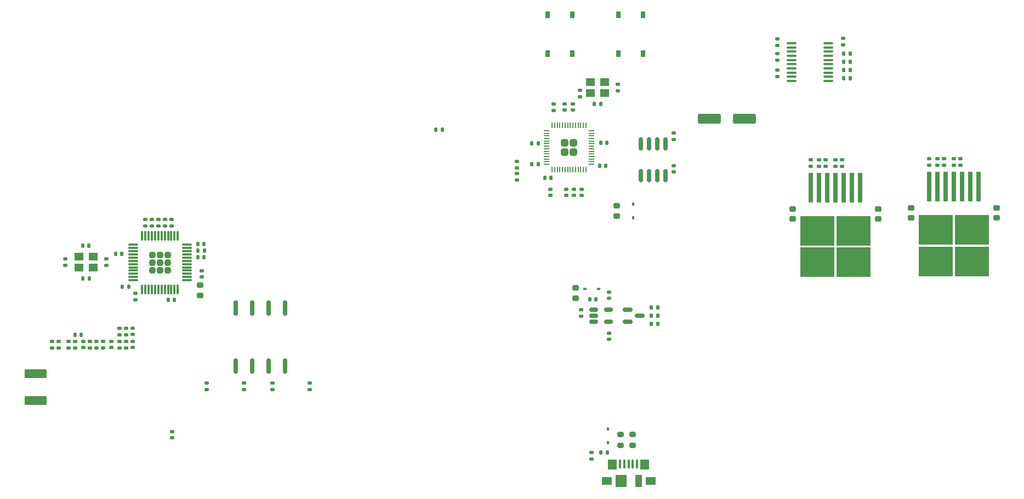
<source format=gbr>
%TF.GenerationSoftware,KiCad,Pcbnew,6.0.2+dfsg-1*%
%TF.CreationDate,2022-12-03T14:35:54-05:00*%
%TF.ProjectId,dragon-lair-fully-integrated,64726167-6f6e-42d6-9c61-69722d66756c,rev?*%
%TF.SameCoordinates,Original*%
%TF.FileFunction,Paste,Top*%
%TF.FilePolarity,Positive*%
%FSLAX46Y46*%
G04 Gerber Fmt 4.6, Leading zero omitted, Abs format (unit mm)*
G04 Created by KiCad (PCBNEW 6.0.2+dfsg-1) date 2022-12-03 14:35:54*
%MOMM*%
%LPD*%
G01*
G04 APERTURE LIST*
G04 Aperture macros list*
%AMRoundRect*
0 Rectangle with rounded corners*
0 $1 Rounding radius*
0 $2 $3 $4 $5 $6 $7 $8 $9 X,Y pos of 4 corners*
0 Add a 4 corners polygon primitive as box body*
4,1,4,$2,$3,$4,$5,$6,$7,$8,$9,$2,$3,0*
0 Add four circle primitives for the rounded corners*
1,1,$1+$1,$2,$3*
1,1,$1+$1,$4,$5*
1,1,$1+$1,$6,$7*
1,1,$1+$1,$8,$9*
0 Add four rect primitives between the rounded corners*
20,1,$1+$1,$2,$3,$4,$5,0*
20,1,$1+$1,$4,$5,$6,$7,0*
20,1,$1+$1,$6,$7,$8,$9,0*
20,1,$1+$1,$8,$9,$2,$3,0*%
G04 Aperture macros list end*
%ADD10RoundRect,0.135000X0.185000X-0.135000X0.185000X0.135000X-0.185000X0.135000X-0.185000X-0.135000X0*%
%ADD11RoundRect,0.140000X-0.170000X0.140000X-0.170000X-0.140000X0.170000X-0.140000X0.170000X0.140000X0*%
%ADD12RoundRect,0.140000X0.170000X-0.140000X0.170000X0.140000X-0.170000X0.140000X-0.170000X-0.140000X0*%
%ADD13RoundRect,0.140000X0.140000X0.170000X-0.140000X0.170000X-0.140000X-0.170000X0.140000X-0.170000X0*%
%ADD14RoundRect,0.140000X-0.140000X-0.170000X0.140000X-0.170000X0.140000X0.170000X-0.140000X0.170000X0*%
%ADD15RoundRect,0.135000X-0.135000X-0.185000X0.135000X-0.185000X0.135000X0.185000X-0.135000X0.185000X0*%
%ADD16R,5.250000X4.550000*%
%ADD17R,0.800000X4.600000*%
%ADD18RoundRect,0.135000X0.135000X0.185000X-0.135000X0.185000X-0.135000X-0.185000X0.135000X-0.185000X0*%
%ADD19RoundRect,0.225000X0.250000X-0.225000X0.250000X0.225000X-0.250000X0.225000X-0.250000X-0.225000X0*%
%ADD20RoundRect,0.218750X0.256250X-0.218750X0.256250X0.218750X-0.256250X0.218750X-0.256250X-0.218750X0*%
%ADD21RoundRect,0.225000X-0.250000X0.225000X-0.250000X-0.225000X0.250000X-0.225000X0.250000X0.225000X0*%
%ADD22R,0.450000X1.380000*%
%ADD23R,1.425000X1.550000*%
%ADD24R,1.650000X1.300000*%
%ADD25R,1.800000X1.900000*%
%ADD26R,1.000000X1.900000*%
%ADD27R,0.750000X1.000000*%
%ADD28RoundRect,0.135000X-0.185000X0.135000X-0.185000X-0.135000X0.185000X-0.135000X0.185000X0.135000X0*%
%ADD29RoundRect,0.150000X-0.512500X-0.150000X0.512500X-0.150000X0.512500X0.150000X-0.512500X0.150000X0*%
%ADD30R,0.600000X0.450000*%
%ADD31R,1.400000X1.200000*%
%ADD32RoundRect,0.150000X-0.587500X-0.150000X0.587500X-0.150000X0.587500X0.150000X-0.587500X0.150000X0*%
%ADD33RoundRect,0.200000X-0.275000X0.200000X-0.275000X-0.200000X0.275000X-0.200000X0.275000X0.200000X0*%
%ADD34R,0.450000X0.600000*%
%ADD35RoundRect,0.250000X0.315000X0.315000X-0.315000X0.315000X-0.315000X-0.315000X0.315000X-0.315000X0*%
%ADD36RoundRect,0.050000X0.387500X0.050000X-0.387500X0.050000X-0.387500X-0.050000X0.387500X-0.050000X0*%
%ADD37RoundRect,0.050000X0.050000X0.387500X-0.050000X0.387500X-0.050000X-0.387500X0.050000X-0.387500X0*%
%ADD38RoundRect,0.162500X0.162500X-1.012500X0.162500X1.012500X-0.162500X1.012500X-0.162500X-1.012500X0*%
%ADD39RoundRect,0.150000X-0.150000X0.825000X-0.150000X-0.825000X0.150000X-0.825000X0.150000X0.825000X0*%
%ADD40RoundRect,0.250000X1.500000X0.550000X-1.500000X0.550000X-1.500000X-0.550000X1.500000X-0.550000X0*%
%ADD41RoundRect,0.100000X-0.637500X-0.100000X0.637500X-0.100000X0.637500X0.100000X-0.637500X0.100000X0*%
%ADD42RoundRect,0.249999X1.450001X-0.450001X1.450001X0.450001X-1.450001X0.450001X-1.450001X-0.450001X0*%
%ADD43RoundRect,0.242500X0.242500X0.242500X-0.242500X0.242500X-0.242500X-0.242500X0.242500X-0.242500X0*%
%ADD44RoundRect,0.075000X0.662500X0.075000X-0.662500X0.075000X-0.662500X-0.075000X0.662500X-0.075000X0*%
%ADD45RoundRect,0.075000X0.075000X0.662500X-0.075000X0.662500X-0.075000X-0.662500X0.075000X-0.662500X0*%
G04 APERTURE END LIST*
D10*
%TO.C,R20*%
X69469000Y-94386000D03*
X69469000Y-93366000D03*
%TD*%
%TO.C,R17*%
X73787000Y-94386000D03*
X73787000Y-93366000D03*
%TD*%
%TO.C,R23*%
X78359000Y-94386000D03*
X78359000Y-93366000D03*
%TD*%
D11*
%TO.C,C5*%
X148763500Y-69840000D03*
X148763500Y-70800000D03*
%TD*%
D10*
%TO.C,R6*%
X162941000Y-62128000D03*
X162941000Y-61108000D03*
%TD*%
%TO.C,R15*%
X74803000Y-94386000D03*
X74803000Y-93366000D03*
%TD*%
D12*
%TO.C,C32*%
X202438000Y-66113600D03*
X202438000Y-65153600D03*
%TD*%
D13*
%TO.C,C9*%
X142043500Y-65920000D03*
X141083500Y-65920000D03*
%TD*%
D12*
%TO.C,C40*%
X185420000Y-66266000D03*
X185420000Y-65306000D03*
%TD*%
D14*
%TO.C,C18*%
X159525000Y-89403000D03*
X160485000Y-89403000D03*
%TD*%
D15*
%TO.C,R28*%
X71683000Y-83646000D03*
X72703000Y-83646000D03*
%TD*%
D12*
%TO.C,C39*%
X187960000Y-66266000D03*
X187960000Y-65306000D03*
%TD*%
D14*
%TO.C,C12*%
X151539000Y-66190000D03*
X152499000Y-66190000D03*
%TD*%
D16*
%TO.C,Q3*%
X185185000Y-76295600D03*
X190735000Y-76295600D03*
X185185000Y-81145600D03*
X190735000Y-81145600D03*
D17*
X191770000Y-69570600D03*
X190500000Y-69570600D03*
X189230000Y-69570600D03*
X187960000Y-69570600D03*
X186690000Y-69570600D03*
X185420000Y-69570600D03*
X184150000Y-69570600D03*
%TD*%
D18*
%TO.C,R8*%
X160515000Y-88133000D03*
X159495000Y-88133000D03*
%TD*%
D12*
%TO.C,C2*%
X153020000Y-86708000D03*
X153020000Y-85748000D03*
%TD*%
D19*
%TO.C,C36*%
X194564000Y-74435000D03*
X194564000Y-72885000D03*
%TD*%
D14*
%TO.C,C49*%
X89493000Y-78312000D03*
X90453000Y-78312000D03*
%TD*%
D13*
%TO.C,C6*%
X144043500Y-68120000D03*
X143083500Y-68120000D03*
%TD*%
D11*
%TO.C,C48*%
X90043000Y-82474000D03*
X90043000Y-83434000D03*
%TD*%
D20*
%TO.C,L1*%
X89789000Y-86281500D03*
X89789000Y-84706500D03*
%TD*%
D21*
%TO.C,C34*%
X181356000Y-72885000D03*
X181356000Y-74435000D03*
%TD*%
D22*
%TO.C,P1*%
X154710000Y-112327500D03*
X155360000Y-112327500D03*
X156010000Y-112327500D03*
X156660000Y-112327500D03*
X157310000Y-112327500D03*
D23*
X153522500Y-112412500D03*
X158497500Y-112412500D03*
D24*
X152635000Y-114987500D03*
D25*
X154860000Y-114987500D03*
D26*
X157560000Y-114987500D03*
D24*
X159385000Y-114987500D03*
%TD*%
D27*
%TO.C,SW1*%
X154462000Y-48870000D03*
X154462000Y-42870000D03*
X158212000Y-48870000D03*
X158212000Y-42870000D03*
%TD*%
D21*
%TO.C,C30*%
X154157500Y-72416750D03*
X154157500Y-73966750D03*
%TD*%
D28*
%TO.C,R25*%
X66929000Y-93368000D03*
X66929000Y-94388000D03*
%TD*%
D14*
%TO.C,C16*%
X150725500Y-56661000D03*
X151685500Y-56661000D03*
%TD*%
D28*
%TO.C,R38*%
X178943000Y-46605000D03*
X178943000Y-47625000D03*
%TD*%
D12*
%TO.C,C50*%
X84385000Y-75490000D03*
X84385000Y-74530000D03*
%TD*%
D29*
%TO.C,U1*%
X150612500Y-88453000D03*
X150612500Y-89403000D03*
X150612500Y-90353000D03*
X152887500Y-90353000D03*
X152887500Y-88453000D03*
%TD*%
D21*
%TO.C,C33*%
X199644000Y-72732600D03*
X199644000Y-74282600D03*
%TD*%
D11*
%TO.C,C41*%
X189103000Y-46510000D03*
X189103000Y-47470000D03*
%TD*%
D15*
%TO.C,R18*%
X77779000Y-84916000D03*
X78799000Y-84916000D03*
%TD*%
D10*
%TO.C,R16*%
X70485000Y-94386000D03*
X70485000Y-93366000D03*
%TD*%
D12*
%TO.C,C21*%
X76073000Y-94356000D03*
X76073000Y-93396000D03*
%TD*%
D30*
%TO.C,D3*%
X149297500Y-85273000D03*
X151397500Y-85273000D03*
%TD*%
D10*
%TO.C,R29*%
X96591500Y-100842000D03*
X96591500Y-99822000D03*
%TD*%
D28*
%TO.C,R27*%
X75368000Y-80596000D03*
X75368000Y-81616000D03*
%TD*%
D14*
%TO.C,C44*%
X84921000Y-86948000D03*
X85881000Y-86948000D03*
%TD*%
D19*
%TO.C,C35*%
X212852000Y-74282600D03*
X212852000Y-72732600D03*
%TD*%
D10*
%TO.C,R31*%
X106751500Y-100842000D03*
X106751500Y-99822000D03*
%TD*%
D21*
%TO.C,C28*%
X147807500Y-85133000D03*
X147807500Y-86683000D03*
%TD*%
D14*
%TO.C,C45*%
X70513000Y-92352000D03*
X71473000Y-92352000D03*
%TD*%
D18*
%TO.C,R2*%
X152710000Y-110542500D03*
X151690000Y-110542500D03*
%TD*%
D11*
%TO.C,C7*%
X147563500Y-69840000D03*
X147563500Y-70800000D03*
%TD*%
D12*
%TO.C,C11*%
X147363500Y-57600000D03*
X147363500Y-56640000D03*
%TD*%
D18*
%TO.C,R39*%
X190248000Y-50165000D03*
X189228000Y-50165000D03*
%TD*%
D12*
%TO.C,C20*%
X71755000Y-94356000D03*
X71755000Y-93396000D03*
%TD*%
D10*
%TO.C,R7*%
X144399000Y-57683000D03*
X144399000Y-56663000D03*
%TD*%
D31*
%TO.C,Y1*%
X150105500Y-54971000D03*
X152305500Y-54971000D03*
X152305500Y-53271000D03*
X150105500Y-53271000D03*
%TD*%
D10*
%TO.C,R24*%
X77343000Y-94386000D03*
X77343000Y-93366000D03*
%TD*%
D32*
%TO.C,Q1*%
X155892500Y-88453000D03*
X155892500Y-90353000D03*
X157767500Y-89403000D03*
%TD*%
D11*
%TO.C,C3*%
X143963500Y-69840000D03*
X143963500Y-70800000D03*
%TD*%
D33*
%TO.C,R9*%
X156645000Y-107812500D03*
X156645000Y-109462500D03*
%TD*%
D10*
%TO.C,R36*%
X186436000Y-66296000D03*
X186436000Y-65276000D03*
%TD*%
D12*
%TO.C,C51*%
X85401000Y-75490000D03*
X85401000Y-74530000D03*
%TD*%
D10*
%TO.C,R4*%
X148495500Y-55535000D03*
X148495500Y-54515000D03*
%TD*%
D12*
%TO.C,C38*%
X206248000Y-66113600D03*
X206248000Y-65153600D03*
%TD*%
D11*
%TO.C,C22*%
X79375000Y-91364000D03*
X79375000Y-92324000D03*
%TD*%
D12*
%TO.C,C42*%
X85471000Y-108326000D03*
X85471000Y-107366000D03*
%TD*%
D18*
%TO.C,R43*%
X190248000Y-52705000D03*
X189228000Y-52705000D03*
%TD*%
D12*
%TO.C,C31*%
X184150000Y-66266000D03*
X184150000Y-65306000D03*
%TD*%
D18*
%TO.C,R37*%
X190248000Y-48895000D03*
X189228000Y-48895000D03*
%TD*%
D10*
%TO.C,R21*%
X78359000Y-92354000D03*
X78359000Y-91334000D03*
%TD*%
D11*
%TO.C,C14*%
X153020000Y-92098000D03*
X153020000Y-93058000D03*
%TD*%
D12*
%TO.C,C25*%
X81337000Y-75490000D03*
X81337000Y-74530000D03*
%TD*%
D34*
%TO.C,D1*%
X152835000Y-106952500D03*
X152835000Y-109052500D03*
%TD*%
D35*
%TO.C,U3*%
X147503500Y-62680000D03*
X146103500Y-62680000D03*
X147503500Y-64080000D03*
X146103500Y-64080000D03*
D36*
X150241000Y-65980000D03*
X150241000Y-65580000D03*
X150241000Y-65180000D03*
X150241000Y-64780000D03*
X150241000Y-64380000D03*
X150241000Y-63980000D03*
X150241000Y-63580000D03*
X150241000Y-63180000D03*
X150241000Y-62780000D03*
X150241000Y-62380000D03*
X150241000Y-61980000D03*
X150241000Y-61580000D03*
X150241000Y-61180000D03*
X150241000Y-60780000D03*
D37*
X149403500Y-59942500D03*
X149003500Y-59942500D03*
X148603500Y-59942500D03*
X148203500Y-59942500D03*
X147803500Y-59942500D03*
X147403500Y-59942500D03*
X147003500Y-59942500D03*
X146603500Y-59942500D03*
X146203500Y-59942500D03*
X145803500Y-59942500D03*
X145403500Y-59942500D03*
X145003500Y-59942500D03*
X144603500Y-59942500D03*
X144203500Y-59942500D03*
D36*
X143366000Y-60780000D03*
X143366000Y-61180000D03*
X143366000Y-61580000D03*
X143366000Y-61980000D03*
X143366000Y-62380000D03*
X143366000Y-62780000D03*
X143366000Y-63180000D03*
X143366000Y-63580000D03*
X143366000Y-63980000D03*
X143366000Y-64380000D03*
X143366000Y-64780000D03*
X143366000Y-65180000D03*
X143366000Y-65580000D03*
X143366000Y-65980000D03*
D37*
X144203500Y-66817500D03*
X144603500Y-66817500D03*
X145003500Y-66817500D03*
X145403500Y-66817500D03*
X145803500Y-66817500D03*
X146203500Y-66817500D03*
X146603500Y-66817500D03*
X147003500Y-66817500D03*
X147403500Y-66817500D03*
X147803500Y-66817500D03*
X148203500Y-66817500D03*
X148603500Y-66817500D03*
X149003500Y-66817500D03*
X149403500Y-66817500D03*
%TD*%
D12*
%TO.C,C37*%
X203708000Y-66113600D03*
X203708000Y-65153600D03*
%TD*%
%TO.C,C15*%
X162941000Y-67178000D03*
X162941000Y-66218000D03*
%TD*%
D18*
%TO.C,R41*%
X190248000Y-51435000D03*
X189228000Y-51435000D03*
%TD*%
%TO.C,R5*%
X160515000Y-90673000D03*
X159495000Y-90673000D03*
%TD*%
D38*
%TO.C,U9*%
X95321500Y-97237000D03*
X97861500Y-97237000D03*
X100401500Y-97237000D03*
X102941500Y-97237000D03*
X102941500Y-88187000D03*
X100401500Y-88187000D03*
X97861500Y-88187000D03*
X95321500Y-88187000D03*
%TD*%
D10*
%TO.C,R42*%
X178943000Y-52455000D03*
X178943000Y-51435000D03*
%TD*%
D34*
%TO.C,D2*%
X156697500Y-74241750D03*
X156697500Y-72141750D03*
%TD*%
D14*
%TO.C,C1*%
X150000000Y-86863000D03*
X150960000Y-86863000D03*
%TD*%
%TO.C,C47*%
X89493000Y-80344000D03*
X90453000Y-80344000D03*
%TD*%
D10*
%TO.C,R35*%
X188976000Y-66296000D03*
X188976000Y-65276000D03*
%TD*%
D39*
%TO.C,U2*%
X161671000Y-62803000D03*
X160401000Y-62803000D03*
X159131000Y-62803000D03*
X157861000Y-62803000D03*
X157861000Y-67753000D03*
X159131000Y-67753000D03*
X160401000Y-67753000D03*
X161671000Y-67753000D03*
%TD*%
D12*
%TO.C,C4*%
X146163500Y-57600000D03*
X146163500Y-56640000D03*
%TD*%
D28*
%TO.C,R3*%
X150295000Y-110542500D03*
X150295000Y-111562500D03*
%TD*%
D10*
%TO.C,R32*%
X101036500Y-100842000D03*
X101036500Y-99822000D03*
%TD*%
D12*
%TO.C,C46*%
X82353000Y-75490000D03*
X82353000Y-74530000D03*
%TD*%
D40*
%TO.C,C29*%
X173896000Y-58928000D03*
X168496000Y-58928000D03*
%TD*%
D27*
%TO.C,SW2*%
X143540000Y-48870000D03*
X143540000Y-42870000D03*
X147290000Y-42870000D03*
X147290000Y-48870000D03*
%TD*%
D11*
%TO.C,C17*%
X154380500Y-53641000D03*
X154380500Y-54601000D03*
%TD*%
D41*
%TO.C,U10*%
X181160500Y-47240000D03*
X181160500Y-47890000D03*
X181160500Y-48540000D03*
X181160500Y-49190000D03*
X181160500Y-49840000D03*
X181160500Y-50490000D03*
X181160500Y-51140000D03*
X181160500Y-51790000D03*
X181160500Y-52440000D03*
X181160500Y-53090000D03*
X186885500Y-53090000D03*
X186885500Y-52440000D03*
X186885500Y-51790000D03*
X186885500Y-51140000D03*
X186885500Y-50490000D03*
X186885500Y-49840000D03*
X186885500Y-49190000D03*
X186885500Y-48540000D03*
X186885500Y-47890000D03*
X186885500Y-47240000D03*
%TD*%
D28*
%TO.C,R1*%
X148675000Y-88453000D03*
X148675000Y-89473000D03*
%TD*%
D13*
%TO.C,C10*%
X142043500Y-62720000D03*
X141083500Y-62720000D03*
%TD*%
D10*
%TO.C,R30*%
X90876500Y-100842000D03*
X90876500Y-99822000D03*
%TD*%
D18*
%TO.C,R26*%
X90483000Y-79328000D03*
X89463000Y-79328000D03*
%TD*%
D28*
%TO.C,R12*%
X138802500Y-65505000D03*
X138802500Y-66525000D03*
%TD*%
D12*
%TO.C,C24*%
X83369000Y-75490000D03*
X83369000Y-74530000D03*
%TD*%
%TO.C,C23*%
X79375000Y-94356000D03*
X79375000Y-93396000D03*
%TD*%
D14*
%TO.C,C13*%
X151683500Y-62634000D03*
X152643500Y-62634000D03*
%TD*%
D13*
%TO.C,C26*%
X72673000Y-78566000D03*
X71713000Y-78566000D03*
%TD*%
D16*
%TO.C,Q2*%
X209023000Y-81012600D03*
X203473000Y-76162600D03*
X209023000Y-76162600D03*
X203473000Y-81012600D03*
D17*
X210058000Y-69437600D03*
X208788000Y-69437600D03*
X207518000Y-69437600D03*
X206248000Y-69437600D03*
X204978000Y-69437600D03*
X203708000Y-69437600D03*
X202438000Y-69437600D03*
%TD*%
D10*
%TO.C,R34*%
X207264000Y-66143600D03*
X207264000Y-65123600D03*
%TD*%
D28*
%TO.C,R19*%
X67945000Y-93366000D03*
X67945000Y-94386000D03*
%TD*%
D33*
%TO.C,R10*%
X154740000Y-107812500D03*
X154740000Y-109462500D03*
%TD*%
D10*
%TO.C,R33*%
X204724000Y-66143600D03*
X204724000Y-65123600D03*
%TD*%
%TO.C,R14*%
X79813000Y-86950000D03*
X79813000Y-85930000D03*
%TD*%
D42*
%TO.C,C19*%
X64389000Y-102530000D03*
X64389000Y-98430000D03*
%TD*%
D11*
%TO.C,C8*%
X146363500Y-69840000D03*
X146363500Y-70800000D03*
%TD*%
D10*
%TO.C,R40*%
X178943000Y-49915000D03*
X178943000Y-48895000D03*
%TD*%
D18*
%TO.C,R44*%
X127249000Y-60602000D03*
X126229000Y-60602000D03*
%TD*%
D12*
%TO.C,C27*%
X69018000Y-81586000D03*
X69018000Y-80626000D03*
%TD*%
D28*
%TO.C,R11*%
X138802500Y-67410000D03*
X138802500Y-68430000D03*
%TD*%
D10*
%TO.C,R13*%
X72771000Y-94386000D03*
X72771000Y-93366000D03*
%TD*%
D43*
%TO.C,U4*%
X84823000Y-82376000D03*
X84823000Y-81176000D03*
X82423000Y-82376000D03*
X84823000Y-79976000D03*
X83623000Y-82376000D03*
X83623000Y-79976000D03*
X82423000Y-81176000D03*
X82423000Y-79976000D03*
X83623000Y-81176000D03*
D44*
X87785500Y-83926000D03*
X87785500Y-83426000D03*
X87785500Y-82926000D03*
X87785500Y-82426000D03*
X87785500Y-81926000D03*
X87785500Y-81426000D03*
X87785500Y-80926000D03*
X87785500Y-80426000D03*
X87785500Y-79926000D03*
X87785500Y-79426000D03*
X87785500Y-78926000D03*
X87785500Y-78426000D03*
D45*
X86373000Y-77013500D03*
X85873000Y-77013500D03*
X85373000Y-77013500D03*
X84873000Y-77013500D03*
X84373000Y-77013500D03*
X83873000Y-77013500D03*
X83373000Y-77013500D03*
X82873000Y-77013500D03*
X82373000Y-77013500D03*
X81873000Y-77013500D03*
X81373000Y-77013500D03*
X80873000Y-77013500D03*
D44*
X79460500Y-78426000D03*
X79460500Y-78926000D03*
X79460500Y-79426000D03*
X79460500Y-79926000D03*
X79460500Y-80426000D03*
X79460500Y-80926000D03*
X79460500Y-81426000D03*
X79460500Y-81926000D03*
X79460500Y-82426000D03*
X79460500Y-82926000D03*
X79460500Y-83426000D03*
X79460500Y-83926000D03*
D45*
X80873000Y-85338500D03*
X81373000Y-85338500D03*
X81873000Y-85338500D03*
X82373000Y-85338500D03*
X82873000Y-85338500D03*
X83373000Y-85338500D03*
X83873000Y-85338500D03*
X84373000Y-85338500D03*
X84873000Y-85338500D03*
X85373000Y-85338500D03*
X85873000Y-85338500D03*
X86373000Y-85338500D03*
%TD*%
D31*
%TO.C,Y2*%
X73293000Y-80256000D03*
X71093000Y-80256000D03*
X71093000Y-81956000D03*
X73293000Y-81956000D03*
%TD*%
D13*
%TO.C,C43*%
X77753000Y-79836000D03*
X76793000Y-79836000D03*
%TD*%
D10*
%TO.C,R22*%
X77343000Y-92354000D03*
X77343000Y-91334000D03*
%TD*%
M02*

</source>
